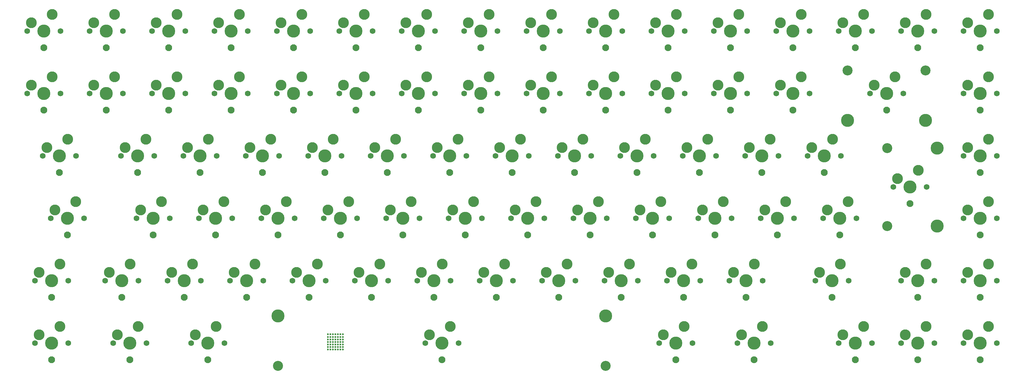
<source format=gts>
G04 #@! TF.GenerationSoftware,KiCad,Pcbnew,7.0.2*
G04 #@! TF.CreationDate,2023-04-27T19:56:02+01:00*
G04 #@! TF.ProjectId,ISO75+STM+PKRGB,49534f37-352b-4535-944d-2b504b524742,rev?*
G04 #@! TF.SameCoordinates,Original*
G04 #@! TF.FileFunction,Soldermask,Top*
G04 #@! TF.FilePolarity,Negative*
%FSLAX46Y46*%
G04 Gerber Fmt 4.6, Leading zero omitted, Abs format (unit mm)*
G04 Created by KiCad (PCBNEW 7.0.2) date 2023-04-27 19:56:02*
%MOMM*%
%LPD*%
G01*
G04 APERTURE LIST*
%ADD10C,3.048000*%
%ADD11C,3.987800*%
%ADD12C,1.750000*%
%ADD13C,3.300000*%
%ADD14C,2.100000*%
%ADD15C,0.600000*%
G04 APERTURE END LIST*
D10*
X267493750Y-34290000D03*
D11*
X267493750Y-49530000D03*
D10*
X291306250Y-34290000D03*
D11*
X291306250Y-49530000D03*
D10*
X193675000Y-124460000D03*
D11*
X193675000Y-109220000D03*
D10*
X93662500Y-124460000D03*
D11*
X93662500Y-109220000D03*
D10*
X279558750Y-57943750D03*
X279558750Y-81756250D03*
D11*
X294798750Y-57943750D03*
X294798750Y-81756250D03*
D12*
X241617500Y-98425000D03*
D11*
X236537500Y-98425000D03*
D12*
X231457500Y-98425000D03*
D13*
X232727500Y-95885000D03*
X239077500Y-93345000D03*
D12*
X243998750Y-117475000D03*
D11*
X238918750Y-117475000D03*
D12*
X233838750Y-117475000D03*
D13*
X235108750Y-114935000D03*
X241458750Y-112395000D03*
D14*
X238918750Y-122555000D03*
D12*
X193992500Y-79375000D03*
D11*
X188912500Y-79375000D03*
D12*
X183832500Y-79375000D03*
D13*
X185102500Y-76835000D03*
X191452500Y-74295000D03*
D14*
X136525000Y-46355000D03*
D12*
X274955000Y-117475000D03*
D11*
X269875000Y-117475000D03*
D12*
X264795000Y-117475000D03*
D13*
X266065000Y-114935000D03*
X272415000Y-112395000D03*
D12*
X103505000Y-22225000D03*
D11*
X98425000Y-22225000D03*
D12*
X93345000Y-22225000D03*
D13*
X94615000Y-19685000D03*
X100965000Y-17145000D03*
D14*
X136525000Y-27305000D03*
D12*
X294005000Y-117475000D03*
D11*
X288925000Y-117475000D03*
D12*
X283845000Y-117475000D03*
D13*
X285115000Y-114935000D03*
X291465000Y-112395000D03*
D12*
X148748750Y-117475000D03*
D11*
X143668750Y-117475000D03*
D12*
X138588750Y-117475000D03*
D13*
X139858750Y-114935000D03*
X146208750Y-112395000D03*
D12*
X60642500Y-79375000D03*
D11*
X55562500Y-79375000D03*
D12*
X50482500Y-79375000D03*
D13*
X51752500Y-76835000D03*
X58102500Y-74295000D03*
D14*
X41275000Y-46355000D03*
D12*
X84455000Y-41275000D03*
D11*
X79375000Y-41275000D03*
D12*
X74295000Y-41275000D03*
D13*
X75565000Y-38735000D03*
X81915000Y-36195000D03*
D12*
X184467500Y-98425000D03*
D11*
X179387500Y-98425000D03*
D12*
X174307500Y-98425000D03*
D13*
X175577500Y-95885000D03*
X181927500Y-93345000D03*
D14*
X88900000Y-65405000D03*
X286543750Y-74930000D03*
X250825000Y-27305000D03*
D12*
X29686250Y-98425000D03*
D11*
X24606250Y-98425000D03*
D12*
X19526250Y-98425000D03*
D13*
X20796250Y-95885000D03*
X27146250Y-93345000D03*
D12*
X117792500Y-79375000D03*
D11*
X112712500Y-79375000D03*
D12*
X107632500Y-79375000D03*
D13*
X108902500Y-76835000D03*
X115252500Y-74295000D03*
D14*
X60325000Y-27305000D03*
X117475000Y-46355000D03*
D12*
X127317500Y-98425000D03*
D11*
X122237500Y-98425000D03*
D12*
X117157500Y-98425000D03*
D13*
X118427500Y-95885000D03*
X124777500Y-93345000D03*
D12*
X160655000Y-22225000D03*
D11*
X155575000Y-22225000D03*
D12*
X150495000Y-22225000D03*
D13*
X151765000Y-19685000D03*
X158115000Y-17145000D03*
D12*
X151130000Y-60325000D03*
D11*
X146050000Y-60325000D03*
D12*
X140970000Y-60325000D03*
D13*
X142240000Y-57785000D03*
X148590000Y-55245000D03*
D12*
X132080000Y-60325000D03*
D11*
X127000000Y-60325000D03*
D12*
X121920000Y-60325000D03*
D13*
X123190000Y-57785000D03*
X129540000Y-55245000D03*
D12*
X213042500Y-79375000D03*
D11*
X207962500Y-79375000D03*
D12*
X202882500Y-79375000D03*
D13*
X204152500Y-76835000D03*
X210502500Y-74295000D03*
D12*
X146367500Y-98425000D03*
D11*
X141287500Y-98425000D03*
D12*
X136207500Y-98425000D03*
D13*
X137477500Y-95885000D03*
X143827500Y-93345000D03*
D14*
X174625000Y-27305000D03*
X217487500Y-103505000D03*
X279400000Y-46355000D03*
D12*
X46355000Y-41275000D03*
D11*
X41275000Y-41275000D03*
D12*
X36195000Y-41275000D03*
D13*
X37465000Y-38735000D03*
X43815000Y-36195000D03*
D14*
X24606250Y-103505000D03*
D12*
X227330000Y-60325000D03*
D11*
X222250000Y-60325000D03*
D12*
X217170000Y-60325000D03*
D13*
X218440000Y-57785000D03*
X224790000Y-55245000D03*
D14*
X41275000Y-27305000D03*
X227012500Y-84455000D03*
D12*
X79692500Y-79375000D03*
D11*
X74612500Y-79375000D03*
D12*
X69532500Y-79375000D03*
D13*
X70802500Y-76835000D03*
X77152500Y-74295000D03*
D14*
X222250000Y-65405000D03*
X143668750Y-122555000D03*
D12*
X284480000Y-41275000D03*
D11*
X279400000Y-41275000D03*
D12*
X274320000Y-41275000D03*
D13*
X275590000Y-38735000D03*
X281940000Y-36195000D03*
D12*
X217805000Y-22225000D03*
D11*
X212725000Y-22225000D03*
D12*
X207645000Y-22225000D03*
D13*
X208915000Y-19685000D03*
X215265000Y-17145000D03*
D12*
X236855000Y-22225000D03*
D11*
X231775000Y-22225000D03*
D12*
X226695000Y-22225000D03*
D13*
X227965000Y-19685000D03*
X234315000Y-17145000D03*
D14*
X307975000Y-103505000D03*
D12*
X255905000Y-22225000D03*
D11*
X250825000Y-22225000D03*
D12*
X245745000Y-22225000D03*
D13*
X247015000Y-19685000D03*
X253365000Y-17145000D03*
D12*
X34448750Y-79375000D03*
D11*
X29368750Y-79375000D03*
D12*
X24288750Y-79375000D03*
D13*
X25558750Y-76835000D03*
X31908750Y-74295000D03*
D14*
X160337500Y-103505000D03*
D12*
X222567500Y-98425000D03*
D11*
X217487500Y-98425000D03*
D12*
X212407500Y-98425000D03*
D13*
X213677500Y-95885000D03*
X220027500Y-93345000D03*
D12*
X313055000Y-117475000D03*
D11*
X307975000Y-117475000D03*
D12*
X302895000Y-117475000D03*
D13*
X304165000Y-114935000D03*
X310515000Y-112395000D03*
D12*
X141605000Y-22225000D03*
D11*
X136525000Y-22225000D03*
D12*
X131445000Y-22225000D03*
D13*
X132715000Y-19685000D03*
X139065000Y-17145000D03*
D12*
X84455000Y-22225000D03*
D11*
X79375000Y-22225000D03*
D12*
X74295000Y-22225000D03*
D13*
X75565000Y-19685000D03*
X81915000Y-17145000D03*
D14*
X307975000Y-27305000D03*
D12*
X294005000Y-22225000D03*
D11*
X288925000Y-22225000D03*
D12*
X283845000Y-22225000D03*
D13*
X285115000Y-19685000D03*
X291465000Y-17145000D03*
D15*
X108885715Y-119439285D03*
X109657144Y-119439285D03*
X110428572Y-119439285D03*
X111200001Y-119439285D03*
X111971428Y-119439285D03*
X112742857Y-119439285D03*
X113514285Y-119439285D03*
X108885715Y-118667857D03*
X109657143Y-118667857D03*
X110428571Y-118667857D03*
X111200000Y-118667857D03*
X111971428Y-118667857D03*
X112742857Y-118667857D03*
X113514285Y-118667857D03*
X109657143Y-117896429D03*
X110428571Y-117896429D03*
X111200000Y-117896429D03*
X111971428Y-117896429D03*
X112742857Y-117896429D03*
X113514285Y-117896429D03*
X108885715Y-117896428D03*
X113514285Y-117125001D03*
X108885715Y-117125000D03*
X109657143Y-117125000D03*
X110428571Y-117125000D03*
X111200000Y-117125000D03*
X111971428Y-117125000D03*
X112742857Y-117125000D03*
X113514285Y-116353573D03*
X109657143Y-116353572D03*
X110428571Y-116353572D03*
X111200000Y-116353572D03*
X111971428Y-116353572D03*
X112742857Y-116353572D03*
X108885715Y-116353571D03*
X113514285Y-115582145D03*
X108885715Y-115582143D03*
X109657143Y-115582143D03*
X110428571Y-115582143D03*
X111200000Y-115582143D03*
X111971428Y-115582143D03*
X112742857Y-115582143D03*
X109657143Y-114810715D03*
X110428571Y-114810715D03*
X111200000Y-114810715D03*
X111971428Y-114810715D03*
X112742857Y-114810715D03*
X113514285Y-114810715D03*
X108885715Y-114810714D03*
D14*
X29368750Y-84455000D03*
X207962500Y-84455000D03*
X24606250Y-122555000D03*
D12*
X251142500Y-79375000D03*
D11*
X246062500Y-79375000D03*
D12*
X240982500Y-79375000D03*
D13*
X242252500Y-76835000D03*
X248602500Y-74295000D03*
D12*
X274955000Y-22225000D03*
D11*
X269875000Y-22225000D03*
D12*
X264795000Y-22225000D03*
D13*
X266065000Y-19685000D03*
X272415000Y-17145000D03*
D14*
X98425000Y-46355000D03*
D12*
X113030000Y-60325000D03*
D11*
X107950000Y-60325000D03*
D12*
X102870000Y-60325000D03*
D13*
X104140000Y-57785000D03*
X110490000Y-55245000D03*
D14*
X74612500Y-84455000D03*
X307975000Y-84455000D03*
D12*
X236855000Y-41275000D03*
D11*
X231775000Y-41275000D03*
D12*
X226695000Y-41275000D03*
D13*
X227965000Y-38735000D03*
X234315000Y-36195000D03*
D12*
X291623750Y-69850000D03*
D11*
X286543750Y-69850000D03*
D12*
X281463750Y-69850000D03*
D13*
X282733750Y-67310000D03*
X289083750Y-64770000D03*
D14*
X288925000Y-27305000D03*
X269875000Y-122555000D03*
X262731250Y-103505000D03*
D12*
X98742500Y-79375000D03*
D11*
X93662500Y-79375000D03*
D12*
X88582500Y-79375000D03*
D13*
X89852500Y-76835000D03*
X96202500Y-74295000D03*
D12*
X29686250Y-117475000D03*
D11*
X24606250Y-117475000D03*
D12*
X19526250Y-117475000D03*
D13*
X20796250Y-114935000D03*
X27146250Y-112395000D03*
D14*
X65087500Y-103505000D03*
X265112500Y-84455000D03*
X212725000Y-46355000D03*
D12*
X77311250Y-117475000D03*
D11*
X72231250Y-117475000D03*
D12*
X67151250Y-117475000D03*
D13*
X68421250Y-114935000D03*
X74771250Y-112395000D03*
D14*
X146050000Y-65405000D03*
D12*
X141605000Y-41275000D03*
D11*
X136525000Y-41275000D03*
D12*
X131445000Y-41275000D03*
D13*
X132715000Y-38735000D03*
X139065000Y-36195000D03*
D14*
X46037500Y-103505000D03*
X203200000Y-65405000D03*
D12*
X65405000Y-22225000D03*
D11*
X60325000Y-22225000D03*
D12*
X55245000Y-22225000D03*
D13*
X56515000Y-19685000D03*
X62865000Y-17145000D03*
D12*
X32067500Y-60325000D03*
D11*
X26987500Y-60325000D03*
D12*
X21907500Y-60325000D03*
D13*
X23177500Y-57785000D03*
X29527500Y-55245000D03*
D14*
X174625000Y-46355000D03*
D12*
X189230000Y-60325000D03*
D11*
X184150000Y-60325000D03*
D12*
X179070000Y-60325000D03*
D13*
X180340000Y-57785000D03*
X186690000Y-55245000D03*
D14*
X107950000Y-65405000D03*
X50800000Y-65405000D03*
X155575000Y-46355000D03*
D12*
X89217500Y-98425000D03*
D11*
X84137500Y-98425000D03*
D12*
X79057500Y-98425000D03*
D13*
X80327500Y-95885000D03*
X86677500Y-93345000D03*
D14*
X26987500Y-65405000D03*
X188912500Y-84455000D03*
X179387500Y-103505000D03*
D12*
X122555000Y-41275000D03*
D11*
X117475000Y-41275000D03*
D12*
X112395000Y-41275000D03*
D13*
X113665000Y-38735000D03*
X120015000Y-36195000D03*
D14*
X98425000Y-27305000D03*
X22225000Y-27305000D03*
D12*
X179705000Y-22225000D03*
D11*
X174625000Y-22225000D03*
D12*
X169545000Y-22225000D03*
D13*
X170815000Y-19685000D03*
X177165000Y-17145000D03*
D12*
X313055000Y-98425000D03*
D11*
X307975000Y-98425000D03*
D12*
X302895000Y-98425000D03*
D13*
X304165000Y-95885000D03*
X310515000Y-93345000D03*
D14*
X112712500Y-84455000D03*
D12*
X265430000Y-60325000D03*
D11*
X260350000Y-60325000D03*
D12*
X255270000Y-60325000D03*
D13*
X256540000Y-57785000D03*
X262890000Y-55245000D03*
D12*
X108267500Y-98425000D03*
D11*
X103187500Y-98425000D03*
D12*
X98107500Y-98425000D03*
D13*
X99377500Y-95885000D03*
X105727500Y-93345000D03*
D14*
X122237500Y-103505000D03*
D12*
X198755000Y-41275000D03*
D11*
X193675000Y-41275000D03*
D12*
X188595000Y-41275000D03*
D13*
X189865000Y-38735000D03*
X196215000Y-36195000D03*
D14*
X193675000Y-46355000D03*
D12*
X74930000Y-60325000D03*
D11*
X69850000Y-60325000D03*
D12*
X64770000Y-60325000D03*
D13*
X66040000Y-57785000D03*
X72390000Y-55245000D03*
D14*
X60325000Y-46355000D03*
D12*
X267811250Y-98425000D03*
D11*
X262731250Y-98425000D03*
D12*
X257651250Y-98425000D03*
D13*
X258921250Y-95885000D03*
X265271250Y-93345000D03*
D12*
X160655000Y-41275000D03*
D11*
X155575000Y-41275000D03*
D12*
X150495000Y-41275000D03*
D13*
X151765000Y-38735000D03*
X158115000Y-36195000D03*
D12*
X179705000Y-41275000D03*
D11*
X174625000Y-41275000D03*
D12*
X169545000Y-41275000D03*
D13*
X170815000Y-38735000D03*
X177165000Y-36195000D03*
D12*
X220186250Y-117475000D03*
D11*
X215106250Y-117475000D03*
D12*
X210026250Y-117475000D03*
D13*
X211296250Y-114935000D03*
X217646250Y-112395000D03*
D14*
X212725000Y-27305000D03*
X93662500Y-84455000D03*
X215106250Y-122555000D03*
D12*
X70167500Y-98425000D03*
D11*
X65087500Y-98425000D03*
D12*
X60007500Y-98425000D03*
D13*
X61277500Y-95885000D03*
X67627500Y-93345000D03*
D12*
X255905000Y-41275000D03*
D11*
X250825000Y-41275000D03*
D12*
X245745000Y-41275000D03*
D13*
X247015000Y-38735000D03*
X253365000Y-36195000D03*
D14*
X165100000Y-65405000D03*
X169862500Y-84455000D03*
X236537500Y-103505000D03*
D12*
X170180000Y-60325000D03*
D11*
X165100000Y-60325000D03*
D12*
X160020000Y-60325000D03*
D13*
X161290000Y-57785000D03*
X167640000Y-55245000D03*
D12*
X51117500Y-98425000D03*
D11*
X46037500Y-98425000D03*
D12*
X40957500Y-98425000D03*
D13*
X42227500Y-95885000D03*
X48577500Y-93345000D03*
D14*
X246062500Y-84455000D03*
X103187500Y-103505000D03*
D12*
X65405000Y-41275000D03*
D11*
X60325000Y-41275000D03*
D12*
X55245000Y-41275000D03*
D13*
X56515000Y-38735000D03*
X62865000Y-36195000D03*
D14*
X79375000Y-27305000D03*
X84137500Y-103505000D03*
D12*
X53498750Y-117475000D03*
D11*
X48418750Y-117475000D03*
D12*
X43338750Y-117475000D03*
D13*
X44608750Y-114935000D03*
X50958750Y-112395000D03*
D14*
X241300000Y-65405000D03*
D12*
X198755000Y-22225000D03*
D11*
X193675000Y-22225000D03*
D12*
X188595000Y-22225000D03*
D13*
X189865000Y-19685000D03*
X196215000Y-17145000D03*
D12*
X270192500Y-79375000D03*
D11*
X265112500Y-79375000D03*
D12*
X260032500Y-79375000D03*
D13*
X261302500Y-76835000D03*
X267652500Y-74295000D03*
D12*
X217805000Y-41275000D03*
D11*
X212725000Y-41275000D03*
D12*
X207645000Y-41275000D03*
D13*
X208915000Y-38735000D03*
X215265000Y-36195000D03*
D14*
X231775000Y-46355000D03*
X155575000Y-27305000D03*
X307975000Y-46355000D03*
D12*
X313055000Y-79375000D03*
D11*
X307975000Y-79375000D03*
D12*
X302895000Y-79375000D03*
D13*
X304165000Y-76835000D03*
X310515000Y-74295000D03*
D12*
X165417500Y-98425000D03*
D11*
X160337500Y-98425000D03*
D12*
X155257500Y-98425000D03*
D13*
X156527500Y-95885000D03*
X162877500Y-93345000D03*
D12*
X174942500Y-79375000D03*
D11*
X169862500Y-79375000D03*
D12*
X164782500Y-79375000D03*
D13*
X166052500Y-76835000D03*
X172402500Y-74295000D03*
D14*
X127000000Y-65405000D03*
D12*
X203517500Y-98425000D03*
D11*
X198437500Y-98425000D03*
D12*
X193357500Y-98425000D03*
D13*
X194627500Y-95885000D03*
X200977500Y-93345000D03*
D14*
X193675000Y-27305000D03*
D12*
X246380000Y-60325000D03*
D11*
X241300000Y-60325000D03*
D12*
X236220000Y-60325000D03*
D13*
X237490000Y-57785000D03*
X243840000Y-55245000D03*
D12*
X93980000Y-60325000D03*
D11*
X88900000Y-60325000D03*
D12*
X83820000Y-60325000D03*
D13*
X85090000Y-57785000D03*
X91440000Y-55245000D03*
D14*
X307975000Y-65405000D03*
X288925000Y-103505000D03*
X288925000Y-122555000D03*
X231775000Y-27305000D03*
X131762500Y-84455000D03*
D12*
X27305000Y-22225000D03*
D11*
X22225000Y-22225000D03*
D12*
X17145000Y-22225000D03*
D13*
X18415000Y-19685000D03*
X24765000Y-17145000D03*
D14*
X250825000Y-46355000D03*
X184150000Y-65405000D03*
D12*
X208280000Y-60325000D03*
D11*
X203200000Y-60325000D03*
D12*
X198120000Y-60325000D03*
D13*
X199390000Y-57785000D03*
X205740000Y-55245000D03*
D14*
X48418750Y-122555000D03*
X22225000Y-46355000D03*
D12*
X155892500Y-79375000D03*
D11*
X150812500Y-79375000D03*
D12*
X145732500Y-79375000D03*
D13*
X147002500Y-76835000D03*
X153352500Y-74295000D03*
D12*
X313055000Y-41275000D03*
D11*
X307975000Y-41275000D03*
D12*
X302895000Y-41275000D03*
D13*
X304165000Y-38735000D03*
X310515000Y-36195000D03*
D14*
X198437500Y-103505000D03*
X117475000Y-27305000D03*
X55562500Y-84455000D03*
D12*
X55880000Y-60325000D03*
D11*
X50800000Y-60325000D03*
D12*
X45720000Y-60325000D03*
D13*
X46990000Y-57785000D03*
X53340000Y-55245000D03*
D14*
X72231250Y-122555000D03*
D12*
X313055000Y-60325000D03*
D11*
X307975000Y-60325000D03*
D12*
X302895000Y-60325000D03*
D13*
X304165000Y-57785000D03*
X310515000Y-55245000D03*
D14*
X260350000Y-65405000D03*
D12*
X232092500Y-79375000D03*
D11*
X227012500Y-79375000D03*
D12*
X221932500Y-79375000D03*
D13*
X223202500Y-76835000D03*
X229552500Y-74295000D03*
D12*
X136842500Y-79375000D03*
D11*
X131762500Y-79375000D03*
D12*
X126682500Y-79375000D03*
D13*
X127952500Y-76835000D03*
X134302500Y-74295000D03*
D12*
X313055000Y-22225000D03*
D11*
X307975000Y-22225000D03*
D12*
X302895000Y-22225000D03*
D13*
X304165000Y-19685000D03*
X310515000Y-17145000D03*
D14*
X269875000Y-27305000D03*
D12*
X122555000Y-22225000D03*
D11*
X117475000Y-22225000D03*
D12*
X112395000Y-22225000D03*
D13*
X113665000Y-19685000D03*
X120015000Y-17145000D03*
D14*
X79375000Y-46355000D03*
X307975000Y-122555000D03*
D12*
X46355000Y-22225000D03*
D11*
X41275000Y-22225000D03*
D12*
X36195000Y-22225000D03*
D13*
X37465000Y-19685000D03*
X43815000Y-17145000D03*
D12*
X103505000Y-41275000D03*
D11*
X98425000Y-41275000D03*
D12*
X93345000Y-41275000D03*
D13*
X94615000Y-38735000D03*
X100965000Y-36195000D03*
D14*
X141287500Y-103505000D03*
X69850000Y-65405000D03*
D12*
X27305000Y-41275000D03*
D11*
X22225000Y-41275000D03*
D12*
X17145000Y-41275000D03*
D13*
X18415000Y-38735000D03*
X24765000Y-36195000D03*
D12*
X294005000Y-98425000D03*
D11*
X288925000Y-98425000D03*
D12*
X283845000Y-98425000D03*
D13*
X285115000Y-95885000D03*
X291465000Y-93345000D03*
D14*
X150812500Y-84455000D03*
M02*

</source>
